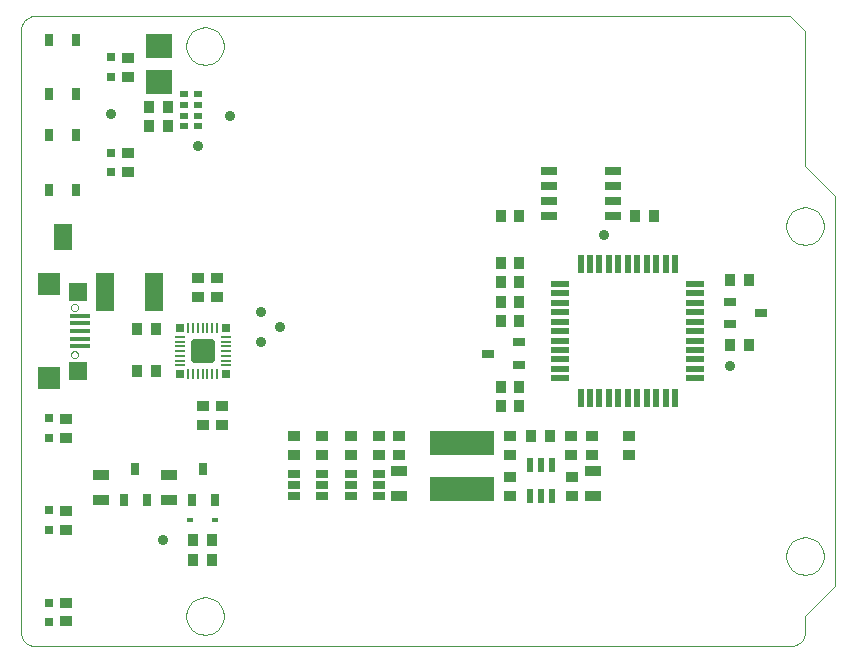
<source format=gbr>
G04 PROTEUS GERBER X2 FILE*
%TF.GenerationSoftware,Labcenter,Proteus,8.11-SP0-Build30052*%
%TF.CreationDate,2021-04-03T13:19:03+00:00*%
%TF.FileFunction,Paste,Top*%
%TF.FilePolarity,Positive*%
%TF.Part,Single*%
%TF.SameCoordinates,{922108e3-c2f5-4255-acfc-49fa15b1bd36}*%
%FSLAX45Y45*%
%MOMM*%
G01*
%AMPPAD078*
4,1,36,
0.423480,0.039380,
0.419120,0.053790,
0.412190,0.066740,
0.402970,0.077970,
0.391750,0.087190,
0.378790,0.094120,
0.364380,0.098480,
0.348800,0.100000,
-0.348800,0.100000,
-0.364380,0.098480,
-0.378790,0.094120,
-0.391750,0.087190,
-0.402970,0.077970,
-0.412190,0.066740,
-0.419120,0.053790,
-0.423480,0.039380,
-0.425000,0.023800,
-0.425000,-0.023800,
-0.423480,-0.039380,
-0.419120,-0.053790,
-0.412190,-0.066740,
-0.402970,-0.077970,
-0.391750,-0.087190,
-0.378790,-0.094120,
-0.364380,-0.098480,
-0.348800,-0.100000,
0.348800,-0.100000,
0.364380,-0.098480,
0.378790,-0.094120,
0.391750,-0.087190,
0.402970,-0.077970,
0.412190,-0.066740,
0.419120,-0.053790,
0.423480,-0.039380,
0.425000,-0.023800,
0.425000,0.023800,
0.423480,0.039380,
0*%
%TA.AperFunction,Material*%
%ADD88PPAD078*%
%AMPPAD079*
4,1,36,
-0.039380,0.423480,
-0.053790,0.419120,
-0.066740,0.412190,
-0.077970,0.402970,
-0.087190,0.391750,
-0.094120,0.378790,
-0.098480,0.364380,
-0.100000,0.348800,
-0.100000,-0.348800,
-0.098480,-0.364380,
-0.094120,-0.378790,
-0.087190,-0.391750,
-0.077970,-0.402970,
-0.066740,-0.412190,
-0.053790,-0.419120,
-0.039380,-0.423480,
-0.023800,-0.425000,
0.023800,-0.425000,
0.039380,-0.423480,
0.053790,-0.419120,
0.066740,-0.412190,
0.077970,-0.402970,
0.087190,-0.391750,
0.094120,-0.378790,
0.098480,-0.364380,
0.100000,-0.348800,
0.100000,0.348800,
0.098480,0.364380,
0.094120,0.378790,
0.087190,0.391750,
0.077970,0.402970,
0.066740,0.412190,
0.053790,0.419120,
0.039380,0.423480,
0.023800,0.425000,
-0.023800,0.425000,
-0.039380,0.423480,
0*%
%ADD89PPAD079*%
%AMPPAD080*
4,1,36,
-0.797930,0.994950,
-0.845960,0.980400,
-0.889150,0.957300,
-0.926580,0.926580,
-0.957300,0.889150,
-0.980400,0.845960,
-0.994950,0.797930,
-1.000000,0.746000,
-1.000000,-0.746000,
-0.994950,-0.797930,
-0.980400,-0.845960,
-0.957300,-0.889150,
-0.926580,-0.926580,
-0.889150,-0.957300,
-0.845960,-0.980400,
-0.797930,-0.994950,
-0.746000,-1.000000,
0.746000,-1.000000,
0.797930,-0.994950,
0.845960,-0.980400,
0.889150,-0.957300,
0.926580,-0.926580,
0.957300,-0.889150,
0.980400,-0.845960,
0.994950,-0.797930,
1.000000,-0.746000,
1.000000,0.746000,
0.994950,0.797930,
0.980400,0.845960,
0.957300,0.889150,
0.926580,0.926580,
0.889150,0.957300,
0.845960,0.980400,
0.797930,0.994950,
0.746000,1.000000,
-0.746000,1.000000,
-0.797930,0.994950,
0*%
%ADD90PPAD080*%
%ADD91R,0.780000X0.780000*%
%TA.AperFunction,Material*%
%ADD92R,1.700000X0.400000*%
%ADD93R,1.900000X1.900000*%
%ADD94R,1.500000X1.500000*%
%TA.AperFunction,Material*%
%ADD95R,0.700000X1.000000*%
%TA.AperFunction,Material*%
%ADD96R,0.800000X0.800000*%
%TA.AperFunction,Material*%
%ADD97R,1.650000X2.200000*%
%TA.AperFunction,Material*%
%ADD98R,1.050000X0.900000*%
%ADD99R,1.500000X3.200000*%
%TA.AperFunction,Material*%
%ADD100R,0.800000X0.500000*%
%TA.AperFunction,Material*%
%ADD101R,0.900000X1.050000*%
%ADD102R,2.286000X2.032000*%
%TA.AperFunction,Material*%
%ADD103R,1.473200X0.635000*%
%TA.AperFunction,Material*%
%ADD104R,1.397000X0.889000*%
%ADD105R,0.590000X0.450000*%
%TA.AperFunction,Material*%
%ADD106R,0.600000X1.200000*%
%TA.AperFunction,Material*%
%ADD107R,0.711200X0.990600*%
%TA.AperFunction,Material*%
%ADD108R,5.500000X2.150000*%
%TA.AperFunction,Material*%
%ADD109R,0.550000X1.500000*%
%ADD110R,1.500000X0.550000*%
%TA.AperFunction,Material*%
%ADD111R,1.000000X0.700000*%
%TA.AperFunction,Material*%
%ADD112R,0.990600X0.711200*%
%TA.AperFunction,Material*%
%ADD113C,0.889000*%
%TA.AperFunction,Profile*%
%ADD48C,0.025400*%
%TD.AperFunction*%
D88*
X+1736200Y+2377250D03*
X+1736200Y+2417250D03*
X+1736200Y+2457250D03*
X+1736200Y+2497250D03*
X+1736200Y+2537250D03*
X+1736200Y+2577250D03*
X+1736200Y+2617250D03*
D89*
X+1661200Y+2692250D03*
X+1621200Y+2692250D03*
X+1581200Y+2692250D03*
X+1541200Y+2692250D03*
X+1501200Y+2692250D03*
X+1461200Y+2692250D03*
X+1421200Y+2692250D03*
D88*
X+1346200Y+2617250D03*
X+1346200Y+2577250D03*
X+1346200Y+2537250D03*
X+1346200Y+2497250D03*
X+1346200Y+2457250D03*
X+1346200Y+2417250D03*
X+1346200Y+2377250D03*
D89*
X+1421200Y+2302250D03*
X+1461200Y+2302250D03*
X+1501200Y+2302250D03*
X+1541200Y+2302250D03*
X+1581200Y+2302250D03*
X+1621200Y+2302250D03*
X+1661200Y+2302250D03*
D90*
X+1541200Y+2497250D03*
D91*
X+1736200Y+2302250D03*
X+1736200Y+2692250D03*
X+1346200Y+2692250D03*
X+1346200Y+2302250D03*
D92*
X+501650Y+2797000D03*
X+501650Y+2732000D03*
X+501650Y+2667000D03*
X+501650Y+2602000D03*
X+501650Y+2537000D03*
D93*
X+241650Y+2272000D03*
D94*
X+486650Y+2332000D03*
X+486650Y+3002000D03*
D93*
X+241650Y+3062000D03*
D95*
X+466300Y+3864350D03*
X+466300Y+4324350D03*
X+241300Y+4324350D03*
X+241300Y+3864350D03*
X+466300Y+4670800D03*
X+466300Y+5130800D03*
X+241300Y+5130800D03*
X+241300Y+4670800D03*
D96*
X+762000Y+4819650D03*
X+762000Y+4984650D03*
X+241300Y+368200D03*
X+241300Y+203200D03*
D97*
X+355600Y+3467100D03*
D98*
X+387350Y+984350D03*
X+387350Y+1144350D03*
X+387350Y+368200D03*
X+387350Y+208200D03*
D96*
X+241300Y+1149350D03*
X+241300Y+984350D03*
D99*
X+711200Y+3000200D03*
X+1131200Y+3000200D03*
D100*
X+1504300Y+4400550D03*
X+1504300Y+4490550D03*
X+1504300Y+4580550D03*
X+1504300Y+4670550D03*
X+1384300Y+4670550D03*
X+1384300Y+4580550D03*
X+1384300Y+4490550D03*
X+1384300Y+4400550D03*
D101*
X+1244600Y+4400550D03*
X+1084600Y+4400550D03*
D102*
X+1168400Y+4780000D03*
X+1168400Y+5080000D03*
D101*
X+1244600Y+4565650D03*
X+1084600Y+4565650D03*
X+1149350Y+2686800D03*
X+989350Y+2686800D03*
D98*
X+1501200Y+3117700D03*
X+1501200Y+2957700D03*
X+387350Y+1765400D03*
X+387350Y+1925400D03*
X+908050Y+4011950D03*
X+908050Y+4171950D03*
D96*
X+762000Y+4013200D03*
X+762000Y+4178200D03*
D101*
X+1149350Y+2331200D03*
X+989350Y+2331200D03*
D98*
X+1541200Y+2035550D03*
X+1541200Y+1875550D03*
X+1706300Y+1875550D03*
X+1706300Y+2035550D03*
D103*
X+5018000Y+3644900D03*
X+5018000Y+3771900D03*
X+5018000Y+3898900D03*
X+5018000Y+4025900D03*
X+4478000Y+4025900D03*
X+4478000Y+3898900D03*
X+4478000Y+3771900D03*
X+4478000Y+3644900D03*
D101*
X+4224000Y+3644900D03*
X+4064000Y+3644900D03*
D104*
X+679450Y+1451710D03*
X+679450Y+1238350D03*
D105*
X+1435100Y+1066900D03*
X+1646100Y+1066900D03*
D98*
X+1666300Y+2957700D03*
X+1666300Y+3117700D03*
D106*
X+4312150Y+1270000D03*
X+4407150Y+1270000D03*
X+4502150Y+1270000D03*
X+4502150Y+1530000D03*
X+4407150Y+1530000D03*
X+4312150Y+1530000D03*
D107*
X+876300Y+1238350D03*
X+1066800Y+1238350D03*
X+970280Y+1499970D03*
D108*
X+3733800Y+1333500D03*
X+3733800Y+1718500D03*
D109*
X+5541650Y+3236999D03*
X+5461650Y+3236999D03*
X+5381650Y+3236999D03*
X+5301650Y+3236999D03*
X+5221650Y+3236999D03*
X+5141650Y+3236999D03*
X+5061650Y+3236999D03*
X+4981650Y+3236999D03*
X+4901650Y+3236999D03*
X+4821650Y+3236999D03*
X+4741650Y+3236999D03*
D110*
X+4571650Y+3066999D03*
X+4571650Y+2986999D03*
X+4571650Y+2906999D03*
X+4571650Y+2826999D03*
X+4571650Y+2746999D03*
X+4571650Y+2666999D03*
X+4571650Y+2586999D03*
X+4571650Y+2506999D03*
X+4571650Y+2426999D03*
X+4571650Y+2346999D03*
X+4571650Y+2266999D03*
D109*
X+4741650Y+2096999D03*
X+4821650Y+2096999D03*
X+4901650Y+2096999D03*
X+4981650Y+2096999D03*
X+5061650Y+2096999D03*
X+5141650Y+2096999D03*
X+5221650Y+2096999D03*
X+5301650Y+2096999D03*
X+5381650Y+2096999D03*
X+5461650Y+2096999D03*
X+5541650Y+2096999D03*
D110*
X+5711650Y+2266999D03*
X+5711650Y+2346999D03*
X+5711650Y+2426999D03*
X+5711650Y+2506999D03*
X+5711650Y+2586999D03*
X+5711650Y+2666999D03*
X+5711650Y+2746999D03*
X+5711650Y+2826999D03*
X+5711650Y+2906999D03*
X+5711650Y+2986999D03*
X+5711650Y+3066999D03*
D111*
X+2311400Y+1460000D03*
X+2311400Y+1365000D03*
X+2311400Y+1270000D03*
X+2551400Y+1270000D03*
X+2551400Y+1365000D03*
X+2551400Y+1460000D03*
X+2799050Y+1460000D03*
X+2799050Y+1365000D03*
X+2799050Y+1270000D03*
X+3039050Y+1270000D03*
X+3039050Y+1365000D03*
X+3039050Y+1460000D03*
D98*
X+2311400Y+1618750D03*
X+2311400Y+1778750D03*
X+2551400Y+1618750D03*
X+2551400Y+1778750D03*
X+2799050Y+1618750D03*
X+2799050Y+1778750D03*
X+3039050Y+1618750D03*
X+3039050Y+1778750D03*
X+4667250Y+1270000D03*
X+4667250Y+1430000D03*
D104*
X+4845050Y+1270000D03*
X+4845050Y+1483360D03*
D98*
X+4146550Y+1270000D03*
X+4146550Y+1430000D03*
D104*
X+3204150Y+1269500D03*
X+3204150Y+1482860D03*
D98*
X+3204150Y+1778750D03*
X+3204150Y+1618750D03*
X+4664650Y+1618750D03*
X+4664650Y+1778750D03*
D101*
X+4321750Y+1778750D03*
X+4481750Y+1778750D03*
D98*
X+4842450Y+1778750D03*
X+4842450Y+1618750D03*
X+4143950Y+1778750D03*
X+4143950Y+1618750D03*
D107*
X+1454150Y+1238350D03*
X+1644650Y+1238350D03*
X+1548130Y+1499970D03*
D101*
X+1620500Y+730350D03*
X+1460500Y+730350D03*
X+1460500Y+895450D03*
X+1620500Y+895450D03*
D104*
X+1257300Y+1238350D03*
X+1257300Y+1451710D03*
D98*
X+908050Y+4818400D03*
X+908050Y+4978400D03*
D101*
X+4064000Y+3079750D03*
X+4224000Y+3079750D03*
X+4064000Y+3244850D03*
X+4224000Y+3244850D03*
X+4064000Y+2914650D03*
X+4224000Y+2914650D03*
X+6010100Y+3098799D03*
X+6170100Y+3098799D03*
D112*
X+6010100Y+2914649D03*
X+6010100Y+2724149D03*
X+6271720Y+2820669D03*
D101*
X+5201900Y+3644900D03*
X+5361900Y+3644900D03*
D98*
X+5153600Y+1778750D03*
X+5153600Y+1618750D03*
D101*
X+6010100Y+2546349D03*
X+6170100Y+2546349D03*
X+4224000Y+2749550D03*
X+4064000Y+2749550D03*
D112*
X+4216400Y+2381250D03*
X+4216400Y+2571750D03*
X+3954780Y+2475230D03*
D101*
X+4064000Y+2197100D03*
X+4224000Y+2197100D03*
X+4224000Y+2032000D03*
X+4064000Y+2032000D03*
D113*
X+762000Y+4502150D03*
D96*
X+241300Y+1930400D03*
X+241300Y+1765400D03*
D113*
X+1504300Y+4236550D03*
X+2034650Y+2577250D03*
X+2034650Y+2831250D03*
X+1777350Y+4490550D03*
X+4937200Y+3478299D03*
X+6010100Y+2374899D03*
X+2199750Y+2704250D03*
X+1206500Y+895450D03*
D48*
X+6800850Y+762000D02*
X+6800320Y+774958D01*
X+6796016Y+800876D01*
X+6787025Y+826794D01*
X+6772380Y+852712D01*
X+6749976Y+878466D01*
X+6724058Y+897958D01*
X+6698140Y+910530D01*
X+6672222Y+917866D01*
X+6646304Y+920694D01*
X+6642100Y+920750D01*
X+6483350Y+762000D02*
X+6483880Y+774958D01*
X+6488184Y+800876D01*
X+6497175Y+826794D01*
X+6511820Y+852712D01*
X+6534224Y+878466D01*
X+6560142Y+897958D01*
X+6586060Y+910530D01*
X+6611978Y+917866D01*
X+6637896Y+920694D01*
X+6642100Y+920750D01*
X+6483350Y+762000D02*
X+6483880Y+749042D01*
X+6488184Y+723124D01*
X+6497175Y+697206D01*
X+6511820Y+671288D01*
X+6534224Y+645534D01*
X+6560142Y+626042D01*
X+6586060Y+613470D01*
X+6611978Y+606134D01*
X+6637896Y+603306D01*
X+6642100Y+603250D01*
X+6800850Y+762000D02*
X+6800320Y+749042D01*
X+6796016Y+723124D01*
X+6787025Y+697206D01*
X+6772380Y+671288D01*
X+6749976Y+645534D01*
X+6724058Y+626042D01*
X+6698140Y+613470D01*
X+6672222Y+606134D01*
X+6646304Y+603306D01*
X+6642100Y+603250D01*
X+6800850Y+3556000D02*
X+6800320Y+3568958D01*
X+6796016Y+3594876D01*
X+6787025Y+3620794D01*
X+6772380Y+3646712D01*
X+6749976Y+3672466D01*
X+6724058Y+3691958D01*
X+6698140Y+3704530D01*
X+6672222Y+3711866D01*
X+6646304Y+3714694D01*
X+6642100Y+3714750D01*
X+6483350Y+3556000D02*
X+6483880Y+3568958D01*
X+6488184Y+3594876D01*
X+6497175Y+3620794D01*
X+6511820Y+3646712D01*
X+6534224Y+3672466D01*
X+6560142Y+3691958D01*
X+6586060Y+3704530D01*
X+6611978Y+3711866D01*
X+6637896Y+3714694D01*
X+6642100Y+3714750D01*
X+6483350Y+3556000D02*
X+6483880Y+3543042D01*
X+6488184Y+3517124D01*
X+6497175Y+3491206D01*
X+6511820Y+3465288D01*
X+6534224Y+3439534D01*
X+6560142Y+3420042D01*
X+6586060Y+3407470D01*
X+6611978Y+3400134D01*
X+6637896Y+3397306D01*
X+6642100Y+3397250D01*
X+6800850Y+3556000D02*
X+6800320Y+3543042D01*
X+6796016Y+3517124D01*
X+6787025Y+3491206D01*
X+6772380Y+3465288D01*
X+6749976Y+3439534D01*
X+6724058Y+3420042D01*
X+6698140Y+3407470D01*
X+6672222Y+3400134D01*
X+6646304Y+3397306D01*
X+6642100Y+3397250D01*
X+1720850Y+5080000D02*
X+1720320Y+5092958D01*
X+1716016Y+5118876D01*
X+1707025Y+5144794D01*
X+1692380Y+5170712D01*
X+1669976Y+5196466D01*
X+1644058Y+5215958D01*
X+1618140Y+5228530D01*
X+1592222Y+5235866D01*
X+1566304Y+5238694D01*
X+1562100Y+5238750D01*
X+1403350Y+5080000D02*
X+1403880Y+5092958D01*
X+1408184Y+5118876D01*
X+1417175Y+5144794D01*
X+1431820Y+5170712D01*
X+1454224Y+5196466D01*
X+1480142Y+5215958D01*
X+1506060Y+5228530D01*
X+1531978Y+5235866D01*
X+1557896Y+5238694D01*
X+1562100Y+5238750D01*
X+1403350Y+5080000D02*
X+1403880Y+5067042D01*
X+1408184Y+5041124D01*
X+1417175Y+5015206D01*
X+1431820Y+4989288D01*
X+1454224Y+4963534D01*
X+1480142Y+4944042D01*
X+1506060Y+4931470D01*
X+1531978Y+4924134D01*
X+1557896Y+4921306D01*
X+1562100Y+4921250D01*
X+1720850Y+5080000D02*
X+1720320Y+5067042D01*
X+1716016Y+5041124D01*
X+1707025Y+5015206D01*
X+1692380Y+4989288D01*
X+1669976Y+4963534D01*
X+1644058Y+4944042D01*
X+1618140Y+4931470D01*
X+1592222Y+4924134D01*
X+1566304Y+4921306D01*
X+1562100Y+4921250D01*
X+1720850Y+254000D02*
X+1720320Y+266958D01*
X+1716016Y+292876D01*
X+1707025Y+318794D01*
X+1692380Y+344712D01*
X+1669976Y+370466D01*
X+1644058Y+389958D01*
X+1618140Y+402530D01*
X+1592222Y+409866D01*
X+1566304Y+412694D01*
X+1562100Y+412750D01*
X+1403350Y+254000D02*
X+1403880Y+266958D01*
X+1408184Y+292876D01*
X+1417175Y+318794D01*
X+1431820Y+344712D01*
X+1454224Y+370466D01*
X+1480142Y+389958D01*
X+1506060Y+402530D01*
X+1531978Y+409866D01*
X+1557896Y+412694D01*
X+1562100Y+412750D01*
X+1403350Y+254000D02*
X+1403880Y+241042D01*
X+1408184Y+215124D01*
X+1417175Y+189206D01*
X+1431820Y+163288D01*
X+1454224Y+137534D01*
X+1480142Y+118042D01*
X+1506060Y+105470D01*
X+1531978Y+98134D01*
X+1557896Y+95306D01*
X+1562100Y+95250D01*
X+1720850Y+254000D02*
X+1720320Y+241042D01*
X+1716016Y+215124D01*
X+1707025Y+189206D01*
X+1692380Y+163288D01*
X+1669976Y+137534D01*
X+1644058Y+118042D01*
X+1618140Y+105470D01*
X+1592222Y+98134D01*
X+1566304Y+95306D01*
X+1562100Y+95250D01*
X+127000Y+0D02*
X+101032Y+2527D01*
X+77018Y+9798D01*
X+55423Y+21347D01*
X+36711Y+36711D01*
X+21348Y+55423D01*
X+9798Y+77018D01*
X+2527Y+101032D01*
X+0Y+127000D01*
X+0Y+5207000D01*
X+2527Y+5232967D01*
X+9798Y+5256981D01*
X+21348Y+5278577D01*
X+36711Y+5297289D01*
X+55423Y+5312652D01*
X+77018Y+5324202D01*
X+101032Y+5331473D01*
X+127000Y+5334000D01*
X+6515100Y+5334000D01*
X+6642100Y+5207000D01*
X+6642100Y+4064000D01*
X+6896100Y+3810000D01*
X+6896100Y+508000D01*
X+6642100Y+254000D01*
X+6642100Y+127000D01*
X+6639573Y+101032D01*
X+6632302Y+77018D01*
X+6620752Y+55423D01*
X+6605389Y+36711D01*
X+6586677Y+21347D01*
X+6565081Y+9798D01*
X+6541067Y+2527D01*
X+6515100Y+0D01*
X+127000Y+0D01*
X+486650Y+2467000D02*
X+486547Y+2469489D01*
X+485705Y+2474469D01*
X+483945Y+2479449D01*
X+481068Y+2484429D01*
X+476667Y+2489345D01*
X+471687Y+2492959D01*
X+466707Y+2495264D01*
X+461727Y+2496567D01*
X+456747Y+2497000D01*
X+456650Y+2497000D01*
X+426650Y+2467000D02*
X+426753Y+2469489D01*
X+427595Y+2474469D01*
X+429355Y+2479449D01*
X+432232Y+2484429D01*
X+436633Y+2489345D01*
X+441613Y+2492959D01*
X+446593Y+2495264D01*
X+451573Y+2496567D01*
X+456553Y+2497000D01*
X+456650Y+2497000D01*
X+426650Y+2467000D02*
X+426753Y+2464511D01*
X+427595Y+2459531D01*
X+429355Y+2454551D01*
X+432232Y+2449571D01*
X+436633Y+2444655D01*
X+441613Y+2441041D01*
X+446593Y+2438736D01*
X+451573Y+2437433D01*
X+456553Y+2437000D01*
X+456650Y+2437000D01*
X+486650Y+2467000D02*
X+486547Y+2464511D01*
X+485705Y+2459531D01*
X+483945Y+2454551D01*
X+481068Y+2449571D01*
X+476667Y+2444655D01*
X+471687Y+2441041D01*
X+466707Y+2438736D01*
X+461727Y+2437433D01*
X+456747Y+2437000D01*
X+456650Y+2437000D01*
X+486650Y+2867000D02*
X+486547Y+2869489D01*
X+485705Y+2874469D01*
X+483945Y+2879449D01*
X+481068Y+2884429D01*
X+476667Y+2889345D01*
X+471687Y+2892959D01*
X+466707Y+2895264D01*
X+461727Y+2896567D01*
X+456747Y+2897000D01*
X+456650Y+2897000D01*
X+426650Y+2867000D02*
X+426753Y+2869489D01*
X+427595Y+2874469D01*
X+429355Y+2879449D01*
X+432232Y+2884429D01*
X+436633Y+2889345D01*
X+441613Y+2892959D01*
X+446593Y+2895264D01*
X+451573Y+2896567D01*
X+456553Y+2897000D01*
X+456650Y+2897000D01*
X+426650Y+2867000D02*
X+426753Y+2864511D01*
X+427595Y+2859531D01*
X+429355Y+2854551D01*
X+432232Y+2849571D01*
X+436633Y+2844655D01*
X+441613Y+2841041D01*
X+446593Y+2838736D01*
X+451573Y+2837433D01*
X+456553Y+2837000D01*
X+456650Y+2837000D01*
X+486650Y+2867000D02*
X+486547Y+2864511D01*
X+485705Y+2859531D01*
X+483945Y+2854551D01*
X+481068Y+2849571D01*
X+476667Y+2844655D01*
X+471687Y+2841041D01*
X+466707Y+2838736D01*
X+461727Y+2837433D01*
X+456747Y+2837000D01*
X+456650Y+2837000D01*
M02*

</source>
